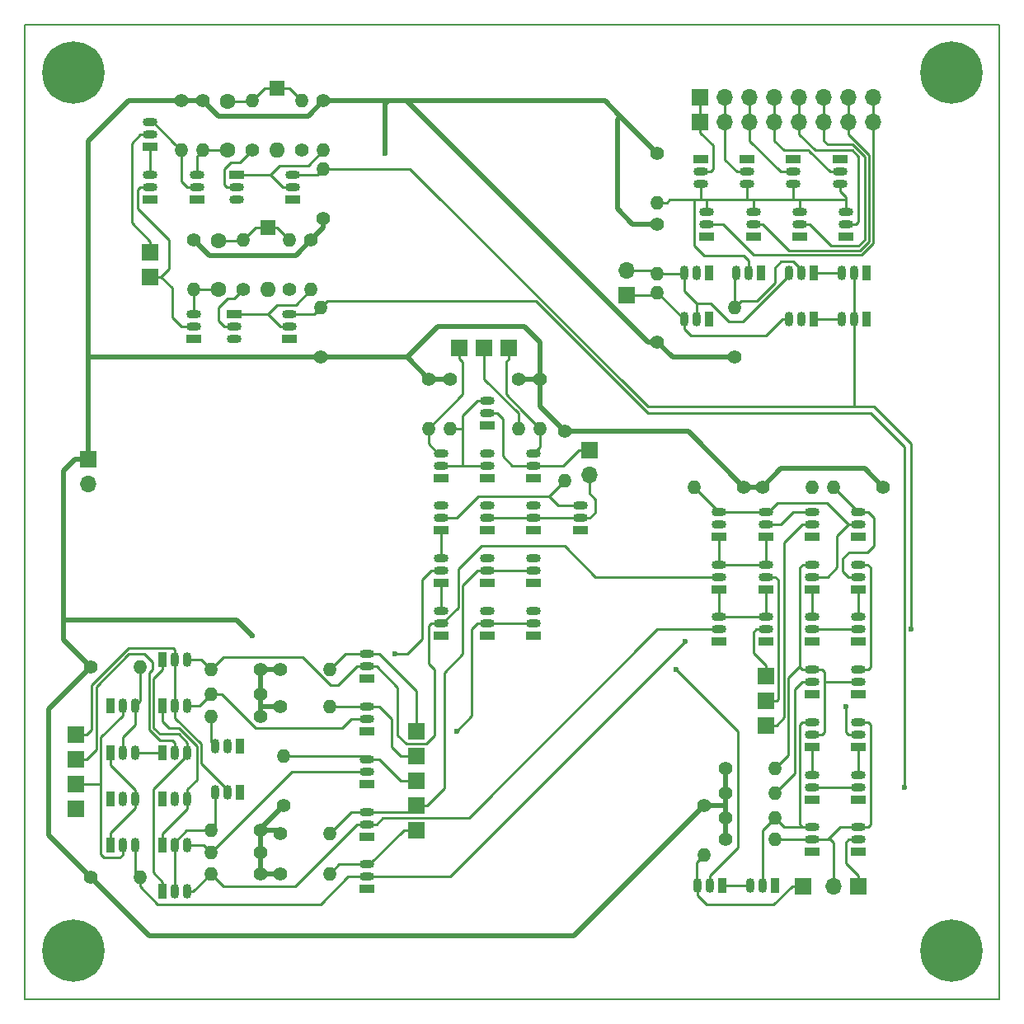
<source format=gbr>
%TF.GenerationSoftware,KiCad,Pcbnew,4.0.7-e2-6376~61~ubuntu18.04.1*%
%TF.CreationDate,2020-08-28T19:46:44+02:00*%
%TF.ProjectId,control,636F6E74726F6C2E6B696361645F7063,rev?*%
%TF.FileFunction,Copper,L1,Top,Signal*%
%FSLAX46Y46*%
G04 Gerber Fmt 4.6, Leading zero omitted, Abs format (unit mm)*
G04 Created by KiCad (PCBNEW 4.0.7-e2-6376~61~ubuntu18.04.1) date Fri Aug 28 19:46:44 2020*
%MOMM*%
%LPD*%
G01*
G04 APERTURE LIST*
%ADD10C,0.100000*%
%ADD11C,0.150000*%
%ADD12C,6.400000*%
%ADD13C,1.600000*%
%ADD14R,1.600000X1.600000*%
%ADD15O,1.600000X1.600000*%
%ADD16R,1.700000X1.700000*%
%ADD17O,1.700000X1.700000*%
%ADD18O,1.500000X0.900000*%
%ADD19R,1.500000X0.900000*%
%ADD20O,0.900000X1.500000*%
%ADD21R,0.900000X1.500000*%
%ADD22C,1.400000*%
%ADD23O,1.400000X1.400000*%
%ADD24C,0.600000*%
%ADD25C,0.250000*%
%ADD26C,0.500000*%
G04 APERTURE END LIST*
D10*
D11*
X41440000Y-15405000D02*
X41440000Y-115405000D01*
X41440000Y-115405000D02*
X141440000Y-115405000D01*
X141440000Y-15405000D02*
X141440000Y-115405000D01*
X41440000Y-15405000D02*
X141440000Y-15405000D01*
D12*
X136525000Y-20320000D03*
X46355000Y-20320000D03*
X46355000Y-110490000D03*
X136525000Y-110490000D03*
D13*
X62230000Y-23257500D03*
X62230000Y-28257500D03*
X61277500Y-37545000D03*
X61277500Y-42545000D03*
D14*
X67310000Y-21907500D03*
D15*
X67310000Y-28257500D03*
D14*
X66357500Y-36195000D03*
D15*
X66357500Y-42545000D03*
D16*
X110779360Y-25344588D03*
D17*
X113319360Y-25344588D03*
X115859360Y-25344588D03*
X118399360Y-25344588D03*
X120939360Y-25344588D03*
X123479360Y-25344588D03*
X126019360Y-25344588D03*
X128559360Y-25344588D03*
D16*
X110779360Y-22804588D03*
D17*
X113319360Y-22804588D03*
X115859360Y-22804588D03*
X118399360Y-22804588D03*
X120939360Y-22804588D03*
X123479360Y-22804588D03*
X126019360Y-22804588D03*
X128559360Y-22804588D03*
D16*
X47942500Y-60007500D03*
D17*
X47942500Y-62547500D03*
D16*
X54292500Y-38735000D03*
X54292500Y-41275000D03*
X103187500Y-43180000D03*
D17*
X103187500Y-40640000D03*
D16*
X99377500Y-59055000D03*
D17*
X99377500Y-61595000D03*
D16*
X86042500Y-48577500D03*
X88582500Y-48577500D03*
X91122500Y-48577500D03*
X121285000Y-103822500D03*
X46672500Y-95885000D03*
X81597500Y-98107500D03*
X81597500Y-87947500D03*
X81597500Y-95567500D03*
X46672500Y-88265000D03*
X81597500Y-90487500D03*
X46672500Y-90805000D03*
X81597500Y-93027500D03*
X46672500Y-93345000D03*
X127000000Y-103822500D03*
D17*
X124460000Y-103822500D03*
D16*
X117475000Y-87312500D03*
X117475000Y-84772500D03*
X117475000Y-82232500D03*
D18*
X54292500Y-26670000D03*
X54292500Y-25400000D03*
D19*
X54292500Y-27940000D03*
D18*
X59055000Y-32067500D03*
X59055000Y-30797500D03*
D19*
X59055000Y-33337500D03*
D18*
X63182500Y-32067500D03*
X63182500Y-33337500D03*
D19*
X63182500Y-30797500D03*
D18*
X68897500Y-32067500D03*
X68897500Y-30797500D03*
D19*
X68897500Y-33337500D03*
D18*
X54292500Y-32067500D03*
X54292500Y-30797500D03*
D19*
X54292500Y-33337500D03*
D18*
X110807500Y-30480000D03*
X110807500Y-31750000D03*
D19*
X110807500Y-29210000D03*
D18*
X115570000Y-30480000D03*
X115570000Y-31750000D03*
D19*
X115570000Y-29210000D03*
D18*
X120332500Y-30480000D03*
X120332500Y-31750000D03*
D19*
X120332500Y-29210000D03*
D18*
X125095000Y-30480000D03*
X125095000Y-31750000D03*
D19*
X125095000Y-29210000D03*
D18*
X125730000Y-35877500D03*
X125730000Y-34607500D03*
D19*
X125730000Y-37147500D03*
D18*
X120967500Y-35877500D03*
X120967500Y-34607500D03*
D19*
X120967500Y-37147500D03*
D18*
X116205000Y-35877500D03*
X116205000Y-34607500D03*
D19*
X116205000Y-37147500D03*
D18*
X111442500Y-35877500D03*
X111442500Y-34607500D03*
D19*
X111442500Y-37147500D03*
D18*
X58737500Y-46355000D03*
X58737500Y-45085000D03*
D19*
X58737500Y-47625000D03*
D18*
X62865000Y-46355000D03*
X62865000Y-47625000D03*
D19*
X62865000Y-45085000D03*
D18*
X68580000Y-46355000D03*
X68580000Y-45085000D03*
D19*
X68580000Y-47625000D03*
D18*
X88900000Y-55245000D03*
X88900000Y-53975000D03*
D19*
X88900000Y-56515000D03*
D18*
X98425000Y-66040000D03*
X98425000Y-64770000D03*
D19*
X98425000Y-67310000D03*
D20*
X111737974Y-103757972D03*
X110467974Y-103757972D03*
D21*
X113007974Y-103757972D03*
D20*
X117135474Y-103757972D03*
X115865474Y-103757972D03*
D21*
X118405474Y-103757972D03*
D18*
X112712500Y-66675000D03*
X112712500Y-65405000D03*
D19*
X112712500Y-67945000D03*
D18*
X117475000Y-66675000D03*
X117475000Y-65405000D03*
D19*
X117475000Y-67945000D03*
D18*
X122237500Y-66675000D03*
X122237500Y-65405000D03*
D19*
X122237500Y-67945000D03*
D20*
X62231126Y-94225876D03*
X60961126Y-94225876D03*
D21*
X63501126Y-94225876D03*
D18*
X112712500Y-72072500D03*
X112712500Y-70802500D03*
D19*
X112712500Y-73342500D03*
D18*
X117475000Y-72072500D03*
X117475000Y-70802500D03*
D19*
X117475000Y-73342500D03*
D20*
X62231126Y-89463376D03*
X60961126Y-89463376D03*
D21*
X63501126Y-89463376D03*
D18*
X112712500Y-77470000D03*
X112712500Y-76200000D03*
D19*
X112712500Y-78740000D03*
D18*
X117475000Y-77470000D03*
X117475000Y-76200000D03*
D19*
X117475000Y-78740000D03*
D20*
X51436126Y-85335876D03*
X52706126Y-85335876D03*
D21*
X50166126Y-85335876D03*
D18*
X76517500Y-81280000D03*
X76517500Y-80010000D03*
D19*
X76517500Y-82550000D03*
D20*
X56833626Y-80573376D03*
X58103626Y-80573376D03*
D21*
X55563626Y-80573376D03*
D20*
X56833626Y-104385876D03*
X58103626Y-104385876D03*
D21*
X55563626Y-104385876D03*
D18*
X76517500Y-97472500D03*
X76517500Y-96202500D03*
D19*
X76517500Y-98742500D03*
D18*
X76517500Y-86677500D03*
X76517500Y-85407500D03*
D19*
X76517500Y-87947500D03*
D20*
X56833626Y-85335876D03*
X58103626Y-85335876D03*
D21*
X55563626Y-85335876D03*
D20*
X56833626Y-99623376D03*
X58103626Y-99623376D03*
D21*
X55563626Y-99623376D03*
D18*
X76517500Y-92075000D03*
X76517500Y-90805000D03*
D19*
X76517500Y-93345000D03*
D20*
X56833626Y-90098376D03*
X58103626Y-90098376D03*
D21*
X55563626Y-90098376D03*
D20*
X56833626Y-94860876D03*
X58103626Y-94860876D03*
D21*
X55563626Y-94860876D03*
D20*
X51436126Y-90098376D03*
X52706126Y-90098376D03*
D21*
X50166126Y-90098376D03*
D20*
X51436126Y-99623376D03*
X52706126Y-99623376D03*
D21*
X50166126Y-99623376D03*
D18*
X76517500Y-102870000D03*
X76517500Y-101600000D03*
D19*
X76517500Y-104140000D03*
D20*
X51436126Y-94860876D03*
X52706126Y-94860876D03*
D21*
X50166126Y-94860876D03*
D18*
X84137500Y-60642500D03*
X84137500Y-59372500D03*
D19*
X84137500Y-61912500D03*
D18*
X84137500Y-66040000D03*
X84137500Y-64770000D03*
D19*
X84137500Y-67310000D03*
D18*
X88900000Y-60642500D03*
X88900000Y-59372500D03*
D19*
X88900000Y-61912500D03*
D18*
X88900000Y-66040000D03*
X88900000Y-64770000D03*
D19*
X88900000Y-67310000D03*
D18*
X88900000Y-71437500D03*
X88900000Y-70167500D03*
D19*
X88900000Y-72707500D03*
D18*
X88900000Y-76835000D03*
X88900000Y-75565000D03*
D19*
X88900000Y-78105000D03*
D18*
X84137500Y-71437500D03*
X84137500Y-70167500D03*
D19*
X84137500Y-72707500D03*
D18*
X84137500Y-76835000D03*
X84137500Y-75565000D03*
D19*
X84137500Y-78105000D03*
D18*
X93662500Y-60642500D03*
X93662500Y-59372500D03*
D19*
X93662500Y-61912500D03*
D18*
X93662500Y-66040000D03*
X93662500Y-64770000D03*
D19*
X93662500Y-67310000D03*
D18*
X93662500Y-71437500D03*
X93662500Y-70167500D03*
D19*
X93662500Y-72707500D03*
D18*
X93662500Y-76835000D03*
X93662500Y-75565000D03*
D19*
X93662500Y-78105000D03*
D18*
X122237500Y-72072500D03*
X122237500Y-70802500D03*
D19*
X122237500Y-73342500D03*
D18*
X122237500Y-82867500D03*
X122237500Y-81597500D03*
D19*
X122237500Y-84137500D03*
D18*
X127000000Y-82867500D03*
X127000000Y-81597500D03*
D19*
X127000000Y-84137500D03*
D18*
X127000000Y-72072500D03*
X127000000Y-70802500D03*
D19*
X127000000Y-73342500D03*
D18*
X127000000Y-66675000D03*
X127000000Y-65405000D03*
D19*
X127000000Y-67945000D03*
D18*
X122237500Y-77470000D03*
X122237500Y-76200000D03*
D19*
X122237500Y-78740000D03*
D18*
X127000000Y-77470000D03*
X127000000Y-76200000D03*
D19*
X127000000Y-78740000D03*
D18*
X122237500Y-88265000D03*
X122237500Y-86995000D03*
D19*
X122237500Y-89535000D03*
D18*
X122237500Y-99060000D03*
X122237500Y-97790000D03*
D19*
X122237500Y-100330000D03*
D18*
X127000000Y-99060000D03*
X127000000Y-97790000D03*
D19*
X127000000Y-100330000D03*
D18*
X127000000Y-88265000D03*
X127000000Y-86995000D03*
D19*
X127000000Y-89535000D03*
D18*
X122237500Y-93662500D03*
X122237500Y-92392500D03*
D19*
X122237500Y-94932500D03*
D18*
X127000000Y-93662500D03*
X127000000Y-92392500D03*
D19*
X127000000Y-94932500D03*
D20*
X121160740Y-45606810D03*
X119890740Y-45606810D03*
D21*
X122430740Y-45606810D03*
D20*
X110365740Y-45606810D03*
X109095740Y-45606810D03*
D21*
X111635740Y-45606810D03*
D20*
X110365740Y-40844310D03*
X109095740Y-40844310D03*
D21*
X111635740Y-40844310D03*
D20*
X121160740Y-40844310D03*
X119890740Y-40844310D03*
D21*
X122430740Y-40844310D03*
D20*
X115763240Y-40844310D03*
X114493240Y-40844310D03*
D21*
X117033240Y-40844310D03*
D20*
X126558240Y-45606810D03*
X125288240Y-45606810D03*
D21*
X127828240Y-45606810D03*
D20*
X126558240Y-40844310D03*
X125288240Y-40844310D03*
D21*
X127828240Y-40844310D03*
D22*
X57467500Y-23177500D03*
D23*
X57467500Y-28257500D03*
D22*
X59690000Y-23177500D03*
D23*
X59690000Y-28257500D03*
D22*
X69850000Y-28257500D03*
D23*
X69850000Y-23177500D03*
D22*
X72072500Y-23177500D03*
D23*
X72072500Y-28257500D03*
D22*
X72072500Y-35242500D03*
D23*
X72072500Y-30162500D03*
D22*
X64770000Y-28257500D03*
D23*
X64770000Y-23177500D03*
D22*
X106362500Y-28575000D03*
D23*
X106362500Y-33655000D03*
D22*
X58737500Y-37465000D03*
D23*
X58737500Y-42545000D03*
D22*
X68580000Y-42545000D03*
D23*
X68580000Y-37465000D03*
D22*
X70802500Y-37465000D03*
D23*
X70802500Y-42545000D03*
D22*
X71755000Y-49530000D03*
D23*
X71755000Y-44450000D03*
D22*
X63817500Y-42545000D03*
D23*
X63817500Y-37465000D03*
D22*
X85090000Y-51752500D03*
D23*
X85090000Y-56832500D03*
D22*
X96837500Y-57150000D03*
D23*
X96837500Y-62230000D03*
D22*
X111125000Y-95567500D03*
D23*
X111125000Y-100647500D03*
D22*
X115252500Y-62865000D03*
D23*
X110172500Y-62865000D03*
D22*
X117157500Y-62865000D03*
D23*
X122237500Y-62865000D03*
D22*
X65604896Y-98126242D03*
D23*
X60524896Y-98126242D03*
D22*
X65604896Y-86378742D03*
D23*
X60524896Y-86378742D03*
D22*
X48142396Y-81298742D03*
D23*
X53222396Y-81298742D03*
D22*
X67627500Y-81597500D03*
D23*
X72707500Y-81597500D03*
D22*
X65604896Y-81616242D03*
D23*
X60524896Y-81616242D03*
D22*
X65604896Y-102571242D03*
D23*
X60524896Y-102571242D03*
D22*
X67627500Y-98425000D03*
D23*
X72707500Y-98425000D03*
D22*
X67627500Y-85407500D03*
D23*
X72707500Y-85407500D03*
D22*
X65604896Y-84156242D03*
D23*
X60524896Y-84156242D03*
D22*
X65604896Y-100348742D03*
D23*
X60524896Y-100348742D03*
D22*
X67945000Y-95567500D03*
D23*
X67945000Y-90487500D03*
D22*
X48142396Y-102888742D03*
D23*
X53222396Y-102888742D03*
D22*
X67627500Y-102552500D03*
D23*
X72707500Y-102552500D03*
D22*
X82867500Y-51752500D03*
D23*
X82867500Y-56832500D03*
D22*
X92075000Y-51752500D03*
D23*
X92075000Y-56832500D03*
D22*
X94297500Y-51752500D03*
D23*
X94297500Y-56832500D03*
D22*
X113347500Y-91757500D03*
D23*
X118427500Y-91757500D03*
D22*
X113347500Y-94297500D03*
D23*
X118427500Y-94297500D03*
D22*
X129540000Y-62865000D03*
D23*
X124460000Y-62865000D03*
D22*
X113347500Y-96837500D03*
D23*
X118427500Y-96837500D03*
D22*
X113347500Y-99060000D03*
D23*
X118427500Y-99060000D03*
D22*
X106362500Y-47942500D03*
D23*
X106362500Y-42862500D03*
D22*
X106362500Y-35877500D03*
D23*
X106362500Y-40957500D03*
D22*
X114300000Y-49530000D03*
D23*
X114300000Y-44450000D03*
D24*
X78422500Y-28575000D03*
X64770000Y-78105000D03*
X85725000Y-87947500D03*
X132397500Y-77470000D03*
X131762500Y-93662500D03*
X108267500Y-81597500D03*
X109220000Y-78740000D03*
X79375000Y-80010000D03*
X125730000Y-85407500D03*
D25*
X62230000Y-23257500D02*
X64690000Y-23257500D01*
X64690000Y-23257500D02*
X64770000Y-23177500D01*
X67310000Y-21907500D02*
X68580000Y-21907500D01*
X68580000Y-21907500D02*
X69850000Y-23177500D01*
X64770000Y-23177500D02*
X66040000Y-21907500D01*
X66040000Y-21907500D02*
X67310000Y-21907500D01*
X59690000Y-28257500D02*
X62230000Y-28257500D01*
X59055000Y-30797500D02*
X59055000Y-28892500D01*
X59055000Y-28892500D02*
X59690000Y-28257500D01*
X67310000Y-36195000D02*
X68580000Y-37465000D01*
X66357500Y-36195000D02*
X67310000Y-36195000D01*
X63817500Y-37465000D02*
X65087500Y-36195000D01*
X65087500Y-36195000D02*
X66357500Y-36195000D01*
X61277500Y-37545000D02*
X63737500Y-37545000D01*
X63737500Y-37545000D02*
X63817500Y-37465000D01*
X58737500Y-42545000D02*
X58737500Y-43534949D01*
X58737500Y-43534949D02*
X58737500Y-45085000D01*
X58737500Y-42545000D02*
X61277500Y-42545000D01*
X112077500Y-27742728D02*
X112077500Y-30210000D01*
X112077500Y-30210000D02*
X111807500Y-30480000D01*
X111807500Y-30480000D02*
X110807500Y-30480000D01*
X110779360Y-25344588D02*
X110779360Y-26444588D01*
X110779360Y-26444588D02*
X112077500Y-27742728D01*
X110779360Y-22804588D02*
X110779360Y-23904588D01*
X110779360Y-23904588D02*
X110779360Y-25344588D01*
X113319360Y-25344588D02*
X113319360Y-29229360D01*
X113319360Y-29229360D02*
X114570000Y-30480000D01*
X114570000Y-30480000D02*
X115570000Y-30480000D01*
X113319360Y-22804588D02*
X113319360Y-24006669D01*
X113319360Y-24006669D02*
X113319360Y-25344588D01*
X115859360Y-27276860D02*
X119062500Y-30480000D01*
X119062500Y-30480000D02*
X120332500Y-30480000D01*
X115859360Y-25344588D02*
X115859360Y-27276860D01*
X115859360Y-22804588D02*
X115859360Y-25344588D01*
X121920000Y-28257500D02*
X121920000Y-28305000D01*
X121920000Y-28305000D02*
X124095000Y-30480000D01*
X124095000Y-30480000D02*
X125095000Y-30480000D01*
X119380000Y-28257500D02*
X121920000Y-28257500D01*
X118399360Y-27276860D02*
X119380000Y-28257500D01*
X118399360Y-25344588D02*
X118399360Y-27276860D01*
X118399360Y-22804588D02*
X118399360Y-25344588D01*
X120939360Y-25344588D02*
X120939360Y-26640450D01*
X120939360Y-26640450D02*
X122555000Y-28256090D01*
X122555000Y-28256090D02*
X125926092Y-28256090D01*
X125926092Y-28256090D02*
X125927502Y-28257500D01*
X127000000Y-35607500D02*
X126730000Y-35877500D01*
X125927502Y-28257500D02*
X126365000Y-28257500D01*
X126365000Y-28257500D02*
X127000000Y-28892500D01*
X127000000Y-28892500D02*
X127000000Y-35607500D01*
X126730000Y-35877500D02*
X125730000Y-35877500D01*
X120939360Y-22804588D02*
X120939360Y-25344588D01*
X123479360Y-25344588D02*
X123479360Y-27276860D01*
X123479360Y-27276860D02*
X123825000Y-27622500D01*
X126366410Y-27622500D02*
X127635000Y-28891090D01*
X123825000Y-27622500D02*
X126366410Y-27622500D01*
X127635000Y-28891090D02*
X127635000Y-37465000D01*
X127635000Y-37465000D02*
X127000000Y-38100000D01*
X124190000Y-38100000D02*
X121967500Y-35877500D01*
X127000000Y-38100000D02*
X124190000Y-38100000D01*
X121967500Y-35877500D02*
X120967500Y-35877500D01*
X123479360Y-22804588D02*
X123479360Y-25344588D01*
X126019360Y-25344588D02*
X126019360Y-26639040D01*
X117205000Y-35877500D02*
X116205000Y-35877500D01*
X126019360Y-26639040D02*
X128085010Y-28704690D01*
X128085010Y-28704690D02*
X128085009Y-37651401D01*
X128085009Y-37651401D02*
X127186400Y-38550010D01*
X127186400Y-38550010D02*
X119877510Y-38550010D01*
X119877510Y-38550010D02*
X117205000Y-35877500D01*
X126019360Y-22804588D02*
X126019360Y-25344588D01*
X127372800Y-39000020D02*
X116272518Y-39000020D01*
X116272518Y-39000020D02*
X113149998Y-35877500D01*
X113149998Y-35877500D02*
X112442500Y-35877500D01*
X112442500Y-35877500D02*
X111442500Y-35877500D01*
X128559360Y-25344588D02*
X128559360Y-37813460D01*
X128559360Y-37813460D02*
X127372800Y-39000020D01*
X128559360Y-22804588D02*
X128559360Y-24006669D01*
X128559360Y-24006669D02*
X128559360Y-25344588D01*
D26*
X111125000Y-95567500D02*
X97790000Y-108902500D01*
X97790000Y-108902500D02*
X54156154Y-108902500D01*
X54156154Y-108902500D02*
X48142396Y-102888742D01*
X72072500Y-23177500D02*
X78740000Y-23177500D01*
X78740000Y-23177500D02*
X80010000Y-23177500D01*
X78422500Y-28575000D02*
X78422500Y-23495000D01*
X78422500Y-23495000D02*
X78740000Y-23177500D01*
X43815000Y-98561346D02*
X43815000Y-85626138D01*
X43815000Y-85626138D02*
X48142396Y-81298742D01*
X48142396Y-102888742D02*
X43815000Y-98561346D01*
X45402500Y-61197500D02*
X45402500Y-76517500D01*
X45402500Y-76517500D02*
X45402500Y-78558846D01*
X64770000Y-78105000D02*
X63182500Y-76517500D01*
X63182500Y-76517500D02*
X45402500Y-76517500D01*
X45402500Y-78558846D02*
X48142396Y-81298742D01*
X47942500Y-60007500D02*
X46592500Y-60007500D01*
X46592500Y-60007500D02*
X45402500Y-61197500D01*
X119062500Y-60960000D02*
X127635000Y-60960000D01*
X127635000Y-60960000D02*
X129540000Y-62865000D01*
X117157500Y-62865000D02*
X119062500Y-60960000D01*
X96837500Y-57150000D02*
X109537500Y-57150000D01*
X109537500Y-57150000D02*
X115252500Y-62865000D01*
X94297500Y-51752500D02*
X94297500Y-54610000D01*
X94297500Y-54610000D02*
X96837500Y-57150000D01*
X94297500Y-47942500D02*
X94297500Y-51752500D01*
X92710000Y-46355000D02*
X94297500Y-47942500D01*
X83820000Y-46355000D02*
X92710000Y-46355000D01*
X80645000Y-49530000D02*
X83820000Y-46355000D01*
X71755000Y-49530000D02*
X80645000Y-49530000D01*
X80645000Y-49530000D02*
X82867500Y-51752500D01*
X47942500Y-60007500D02*
X47942500Y-49530000D01*
X47942500Y-49530000D02*
X47942500Y-27305000D01*
X71755000Y-49530000D02*
X47942500Y-49530000D01*
X100965000Y-23177500D02*
X102552500Y-24765000D01*
X102552500Y-24765000D02*
X106362500Y-28575000D01*
X102235000Y-34290000D02*
X102235000Y-25082500D01*
X102235000Y-25082500D02*
X102552500Y-24765000D01*
X103822500Y-35877500D02*
X102235000Y-34290000D01*
X106362500Y-35877500D02*
X103822500Y-35877500D01*
X80010000Y-23177500D02*
X100965000Y-23177500D01*
X80607551Y-23177500D02*
X80010000Y-23177500D01*
X106362500Y-47942500D02*
X105372551Y-47942500D01*
X105372551Y-47942500D02*
X80607551Y-23177500D01*
X106362500Y-47942500D02*
X107950000Y-49530000D01*
X107950000Y-49530000D02*
X114300000Y-49530000D01*
X47942500Y-27305000D02*
X52070000Y-23177500D01*
X52070000Y-23177500D02*
X57467500Y-23177500D01*
X61277500Y-24765000D02*
X70485000Y-24765000D01*
X70485000Y-24765000D02*
X72072500Y-23177500D01*
X59690000Y-23177500D02*
X61277500Y-24765000D01*
X60325000Y-39052500D02*
X69215000Y-39052500D01*
X69215000Y-39052500D02*
X70802500Y-37465000D01*
X58737500Y-37465000D02*
X60325000Y-39052500D01*
X72072500Y-35242500D02*
X72072500Y-36195000D01*
X72072500Y-36195000D02*
X70802500Y-37465000D01*
X57467500Y-23177500D02*
X59690000Y-23177500D01*
X65604896Y-102571242D02*
X67608758Y-102571242D01*
X67608758Y-102571242D02*
X67627500Y-102552500D01*
X65604896Y-98126242D02*
X67328742Y-98126242D01*
X67328742Y-98126242D02*
X67627500Y-98425000D01*
X65604896Y-98126242D02*
X65604896Y-97907604D01*
X65604896Y-97907604D02*
X67945000Y-95567500D01*
X65604896Y-81616242D02*
X67608758Y-81616242D01*
X67608758Y-81616242D02*
X67627500Y-81597500D01*
X65604896Y-84156242D02*
X65604896Y-85407500D01*
X65604896Y-85407500D02*
X65604896Y-86378742D01*
X67627500Y-85407500D02*
X65604896Y-85407500D01*
X115252500Y-62865000D02*
X117157500Y-62865000D01*
X113347500Y-96837500D02*
X113347500Y-95567500D01*
X113347500Y-95567500D02*
X113347500Y-94297500D01*
X111125000Y-95567500D02*
X113347500Y-95567500D01*
X113347500Y-94297500D02*
X113347500Y-91757500D01*
X113347500Y-99060000D02*
X113347500Y-96837500D01*
X92075000Y-51752500D02*
X94297500Y-51752500D01*
X82867500Y-51752500D02*
X85090000Y-51752500D01*
X65604896Y-100348742D02*
X65604896Y-102571242D01*
X65604896Y-98126242D02*
X65604896Y-100348742D01*
X65604896Y-81616242D02*
X65604896Y-84156242D01*
D25*
X52387500Y-35730000D02*
X52387500Y-27575000D01*
X52387500Y-27575000D02*
X53292500Y-26670000D01*
X53292500Y-26670000D02*
X54292500Y-26670000D01*
X54292500Y-38735000D02*
X54292500Y-37635000D01*
X54292500Y-37635000D02*
X52387500Y-35730000D01*
X56515000Y-45402500D02*
X57467500Y-46355000D01*
X57467500Y-46355000D02*
X58737500Y-46355000D01*
X56515000Y-42397500D02*
X56515000Y-45402500D01*
X55392500Y-41275000D02*
X56515000Y-42397500D01*
X53022500Y-34290000D02*
X53022500Y-32337500D01*
X53022500Y-32337500D02*
X53292500Y-32067500D01*
X53292500Y-32067500D02*
X54292500Y-32067500D01*
X56197500Y-37465000D02*
X53022500Y-34290000D01*
X56197500Y-40470000D02*
X56197500Y-37465000D01*
X54292500Y-41275000D02*
X55392500Y-41275000D01*
X55392500Y-41275000D02*
X56197500Y-40470000D01*
X106362500Y-42862500D02*
X109095740Y-45595740D01*
X109095740Y-45595740D02*
X109095740Y-45606810D01*
X103187500Y-43180000D02*
X106045000Y-43180000D01*
X106045000Y-43180000D02*
X106362500Y-42862500D01*
X109796430Y-47307500D02*
X117490050Y-47307500D01*
X117490050Y-47307500D02*
X119190740Y-45606810D01*
X119190740Y-45606810D02*
X119890740Y-45606810D01*
X109095740Y-45606810D02*
X109095740Y-46606810D01*
X109095740Y-46606810D02*
X109796430Y-47307500D01*
X106362500Y-40957500D02*
X108982550Y-40957500D01*
X108982550Y-40957500D02*
X109095740Y-40844310D01*
X103187500Y-40640000D02*
X106045000Y-40640000D01*
X106045000Y-40640000D02*
X106362500Y-40957500D01*
X113665000Y-45851068D02*
X115183982Y-45851068D01*
X115183982Y-45851068D02*
X119890740Y-41144310D01*
X119890740Y-41144310D02*
X119890740Y-40844310D01*
X110365740Y-44008240D02*
X111822172Y-44008240D01*
X111822172Y-44008240D02*
X113665000Y-45851068D01*
X109095740Y-42738240D02*
X110365740Y-44008240D01*
X110365740Y-44008240D02*
X110365740Y-45606810D01*
X109095740Y-40844310D02*
X109095740Y-42738240D01*
X99377500Y-59055000D02*
X98277500Y-59055000D01*
X98277500Y-59055000D02*
X96690000Y-60642500D01*
X96690000Y-60642500D02*
X94662500Y-60642500D01*
X94662500Y-60642500D02*
X93662500Y-60642500D01*
X90487500Y-59690000D02*
X91440000Y-60642500D01*
X91440000Y-60642500D02*
X93662500Y-60642500D01*
X90487500Y-55832500D02*
X90487500Y-59690000D01*
X88900000Y-55245000D02*
X89900000Y-55245000D01*
X89900000Y-55245000D02*
X90487500Y-55832500D01*
X99377500Y-61595000D02*
X99377500Y-63500000D01*
X99377500Y-63500000D02*
X100012500Y-64135000D01*
X100012500Y-64135000D02*
X100012500Y-65452500D01*
X100012500Y-65452500D02*
X99425000Y-66040000D01*
X99425000Y-66040000D02*
X98425000Y-66040000D01*
X98425000Y-66040000D02*
X93662500Y-66040000D01*
X88900000Y-66040000D02*
X89900000Y-66040000D01*
X89900000Y-66040000D02*
X93662500Y-66040000D01*
X82867500Y-56832500D02*
X86360000Y-53340000D01*
X86360000Y-53340000D02*
X86360000Y-49995000D01*
X86360000Y-49995000D02*
X86042500Y-49677500D01*
X86042500Y-49677500D02*
X86042500Y-48577500D01*
X82867500Y-56832500D02*
X82867500Y-58402500D01*
X82867500Y-58402500D02*
X83837500Y-59372500D01*
X83837500Y-59372500D02*
X84137500Y-59372500D01*
X92075000Y-55245000D02*
X88582500Y-51752500D01*
X88582500Y-51752500D02*
X88582500Y-48577500D01*
X92075000Y-56832500D02*
X92075000Y-55245000D01*
X90805000Y-53338590D02*
X90805000Y-49995000D01*
X90805000Y-49995000D02*
X91122500Y-49677500D01*
X91122500Y-49677500D02*
X91122500Y-48577500D01*
X92525009Y-55058599D02*
X90805000Y-53338590D01*
X94297500Y-56832500D02*
X92525010Y-55060010D01*
X92525010Y-55060010D02*
X92525009Y-55058599D01*
X94297500Y-56832500D02*
X94297500Y-58737500D01*
X94297500Y-58737500D02*
X93662500Y-59372500D01*
X111125000Y-100647500D02*
X110425001Y-101347499D01*
X110425001Y-101347499D02*
X110425001Y-103714999D01*
X110425001Y-103714999D02*
X110467974Y-103757972D01*
X111437502Y-105727500D02*
X118280000Y-105727500D01*
X118280000Y-105727500D02*
X120185000Y-103822500D01*
X120185000Y-103822500D02*
X121285000Y-103822500D01*
X110467974Y-103757972D02*
X110467974Y-104757972D01*
X110467974Y-104757972D02*
X111437502Y-105727500D01*
X80310000Y-98107500D02*
X81597500Y-98107500D01*
X76517500Y-101600000D02*
X76817500Y-101600000D01*
X76817500Y-101600000D02*
X80310000Y-98107500D01*
X72707500Y-102552500D02*
X73660000Y-101600000D01*
X73660000Y-101600000D02*
X76517500Y-101600000D01*
X85725000Y-87947500D02*
X87312500Y-86360000D01*
X87312500Y-86360000D02*
X87312500Y-77422500D01*
X87312500Y-77422500D02*
X87900000Y-76835000D01*
X87900000Y-76835000D02*
X88900000Y-76835000D01*
X76517500Y-80010000D02*
X77787500Y-80010000D01*
X77787500Y-80010000D02*
X81597500Y-83820000D01*
X81597500Y-83820000D02*
X81597500Y-87947500D01*
X72707500Y-81597500D02*
X74295000Y-80010000D01*
X74295000Y-80010000D02*
X76517500Y-80010000D01*
X88900000Y-76835000D02*
X93662500Y-76835000D01*
X86360000Y-80010000D02*
X86360000Y-72977500D01*
X86360000Y-72977500D02*
X87900000Y-71437500D01*
X87900000Y-71437500D02*
X88900000Y-71437500D01*
X84455000Y-81915000D02*
X86360000Y-80010000D01*
X84455000Y-93810000D02*
X84455000Y-81915000D01*
X81597500Y-95567500D02*
X82697500Y-95567500D01*
X82697500Y-95567500D02*
X84455000Y-93810000D01*
X76517500Y-96202500D02*
X80962500Y-96202500D01*
X80962500Y-96202500D02*
X81597500Y-95567500D01*
X72707500Y-98425000D02*
X74930000Y-96202500D01*
X74930000Y-96202500D02*
X76517500Y-96202500D01*
X88900000Y-71437500D02*
X93662500Y-71437500D01*
X52068590Y-79375000D02*
X56635250Y-79375000D01*
X56635250Y-79375000D02*
X56833626Y-79573376D01*
X56833626Y-79573376D02*
X56833626Y-80573376D01*
X48260000Y-87777500D02*
X48260000Y-83183590D01*
X48260000Y-83183590D02*
X52068590Y-79375000D01*
X46672500Y-88265000D02*
X47772500Y-88265000D01*
X47772500Y-88265000D02*
X48260000Y-87777500D01*
X59506136Y-89228066D02*
X59506136Y-91200886D01*
X59506136Y-91200886D02*
X62231126Y-93925876D01*
X62231126Y-93925876D02*
X62231126Y-94225876D01*
X56833626Y-85335876D02*
X56833626Y-86555556D01*
X56833626Y-86555556D02*
X59506136Y-89228066D01*
X56833626Y-80573376D02*
X56833626Y-85335876D01*
X76517500Y-85407500D02*
X77787500Y-85407500D01*
X79057500Y-86677500D02*
X79057500Y-89535000D01*
X77787500Y-85407500D02*
X79057500Y-86677500D01*
X79057500Y-89535000D02*
X80010000Y-90487500D01*
X80010000Y-90487500D02*
X81597500Y-90487500D01*
X72707500Y-85407500D02*
X76517500Y-85407500D01*
X46672500Y-90805000D02*
X47772500Y-90805000D01*
X53657500Y-80010000D02*
X54492396Y-80844896D01*
X47772500Y-90805000D02*
X48763616Y-89813884D01*
X48763616Y-89813884D02*
X48763616Y-83316384D01*
X48763616Y-83316384D02*
X52070000Y-80010000D01*
X52070000Y-80010000D02*
X53657500Y-80010000D01*
X54492396Y-80844896D02*
X54492396Y-81616242D01*
X54161116Y-87744776D02*
X55244716Y-88828376D01*
X54492396Y-81616242D02*
X54161116Y-81947522D01*
X54161116Y-81947522D02*
X54161116Y-87744776D01*
X55244716Y-88828376D02*
X56563626Y-88828376D01*
X56563626Y-88828376D02*
X56833626Y-89098376D01*
X56833626Y-89098376D02*
X56833626Y-90098376D01*
X76517500Y-90805000D02*
X77787500Y-90805000D01*
X77787500Y-90805000D02*
X80010000Y-93027500D01*
X80010000Y-93027500D02*
X81597500Y-93027500D01*
X67945000Y-90487500D02*
X76200000Y-90487500D01*
X76200000Y-90487500D02*
X76517500Y-90805000D01*
X49213626Y-88558376D02*
X49213626Y-93345000D01*
X49213626Y-93345000D02*
X49213626Y-100575876D01*
X46672500Y-93345000D02*
X49213626Y-93345000D01*
X51436126Y-85335876D02*
X51436126Y-86335876D01*
X51436126Y-86335876D02*
X49213626Y-88558376D01*
X51436126Y-100623376D02*
X51436126Y-99623376D01*
X49213626Y-100575876D02*
X49531126Y-100893376D01*
X49531126Y-100893376D02*
X51166126Y-100893376D01*
X51166126Y-100893376D02*
X51436126Y-100623376D01*
X118427500Y-96837500D02*
X117135474Y-98129526D01*
X117135474Y-98129526D02*
X117135474Y-103757972D01*
X125730000Y-99330000D02*
X125730000Y-101452500D01*
X125730000Y-101452500D02*
X127000000Y-102722500D01*
X127000000Y-102722500D02*
X127000000Y-103822500D01*
X127000000Y-99060000D02*
X126000000Y-99060000D01*
X126000000Y-99060000D02*
X125730000Y-99330000D01*
X118427500Y-96837500D02*
X119380000Y-97790000D01*
X119380000Y-97790000D02*
X122237500Y-97790000D01*
X122237500Y-97790000D02*
X121285000Y-97790000D01*
X121285000Y-97790000D02*
X120967500Y-97472500D01*
X120967500Y-97472500D02*
X120967500Y-87265000D01*
X120967500Y-87265000D02*
X121237500Y-86995000D01*
X121237500Y-86995000D02*
X122237500Y-86995000D01*
X124460000Y-99377500D02*
X124142500Y-99060000D01*
X124142500Y-99060000D02*
X123825000Y-99060000D01*
X124460000Y-103822500D02*
X124460000Y-99377500D01*
X118427500Y-99060000D02*
X122237500Y-99060000D01*
X123825000Y-99060000D02*
X125095000Y-97790000D01*
X125095000Y-97790000D02*
X127000000Y-97790000D01*
X122237500Y-99060000D02*
X123825000Y-99060000D01*
X127000000Y-86995000D02*
X128000000Y-86995000D01*
X128000000Y-97790000D02*
X127000000Y-97790000D01*
X128000000Y-86995000D02*
X128270000Y-87265000D01*
X128270000Y-87265000D02*
X128270000Y-97520000D01*
X128270000Y-97520000D02*
X128000000Y-97790000D01*
X119380000Y-86507500D02*
X119380000Y-68532500D01*
X119380000Y-68532500D02*
X121237500Y-66675000D01*
X121237500Y-66675000D02*
X122237500Y-66675000D01*
X117475000Y-87312500D02*
X118575000Y-87312500D01*
X118575000Y-87312500D02*
X119380000Y-86507500D01*
X117475000Y-84772500D02*
X118575000Y-84772500D01*
X118575000Y-84772500D02*
X118745000Y-84602500D01*
X118745000Y-84602500D02*
X118745000Y-72342500D01*
X118745000Y-72342500D02*
X118475000Y-72072500D01*
X118475000Y-72072500D02*
X117475000Y-72072500D01*
X116205000Y-79862500D02*
X116205000Y-77740000D01*
X116205000Y-77740000D02*
X116475000Y-77470000D01*
X116475000Y-77470000D02*
X117475000Y-77470000D01*
X117475000Y-82232500D02*
X117475000Y-81132500D01*
X117475000Y-81132500D02*
X116205000Y-79862500D01*
X57467500Y-28257500D02*
X57467500Y-31480000D01*
X57467500Y-31480000D02*
X58055000Y-32067500D01*
X58055000Y-32067500D02*
X59055000Y-32067500D01*
X54292500Y-25400000D02*
X54610000Y-25400000D01*
X54610000Y-25400000D02*
X56767501Y-27557501D01*
X56767501Y-27557501D02*
X57467500Y-28257500D01*
X54292500Y-27940000D02*
X54292500Y-28640000D01*
X54292500Y-28640000D02*
X54292500Y-30797500D01*
X62547500Y-29527500D02*
X63500000Y-29527500D01*
X63500000Y-29527500D02*
X64770000Y-28257500D01*
X61912500Y-30162500D02*
X62547500Y-29527500D01*
X61912500Y-31797500D02*
X61912500Y-30162500D01*
X63182500Y-32067500D02*
X62182500Y-32067500D01*
X62182500Y-32067500D02*
X61912500Y-31797500D01*
X72072500Y-28257500D02*
X70485000Y-29845000D01*
X67580000Y-29845000D02*
X66627500Y-30797500D01*
X70485000Y-29845000D02*
X67580000Y-29845000D01*
X68897500Y-32067500D02*
X67897500Y-32067500D01*
X67897500Y-32067500D02*
X66627500Y-30797500D01*
X66627500Y-30797500D02*
X64182500Y-30797500D01*
X64182500Y-30797500D02*
X63182500Y-30797500D01*
X128587500Y-54610000D02*
X126682500Y-54610000D01*
X126682500Y-54610000D02*
X105410000Y-54610000D01*
X126558240Y-45606810D02*
X126558240Y-54485740D01*
X126558240Y-54485740D02*
X126682500Y-54610000D01*
X132397500Y-77470000D02*
X132397500Y-58420000D01*
X132397500Y-58420000D02*
X128587500Y-54610000D01*
X80962500Y-30162500D02*
X72072500Y-30162500D01*
X105410000Y-54610000D02*
X80962500Y-30162500D01*
X68897500Y-30797500D02*
X71437500Y-30797500D01*
X71437500Y-30797500D02*
X72072500Y-30162500D01*
X122237500Y-77470000D02*
X123237500Y-77470000D01*
X123237500Y-77470000D02*
X127000000Y-77470000D01*
X126558240Y-45606810D02*
X126558240Y-40844310D01*
X110172500Y-33337500D02*
X110172500Y-38100000D01*
X110172500Y-38100000D02*
X111125000Y-39052500D01*
X115763240Y-39563240D02*
X115763240Y-40844310D01*
X111125000Y-39052500D02*
X115252500Y-39052500D01*
X115252500Y-39052500D02*
X115763240Y-39563240D01*
X110172500Y-33337500D02*
X107632500Y-33337500D01*
X110807500Y-33337500D02*
X110172500Y-33337500D01*
X111442500Y-33337500D02*
X110807500Y-33337500D01*
X110807500Y-32702500D02*
X110807500Y-33337500D01*
X107632500Y-33337500D02*
X107315000Y-33655000D01*
X107315000Y-33655000D02*
X106362500Y-33655000D01*
X111442500Y-33337500D02*
X115570000Y-33337500D01*
X115570000Y-33337500D02*
X116205000Y-33337500D01*
X115570000Y-31750000D02*
X115570000Y-33337500D01*
X116205000Y-33337500D02*
X120332500Y-33337500D01*
X116205000Y-34607500D02*
X116205000Y-33907500D01*
X116205000Y-33907500D02*
X116205000Y-33337500D01*
X120332500Y-33337500D02*
X120967500Y-33337500D01*
X120967500Y-33337500D02*
X125730000Y-33337500D01*
X120967500Y-34607500D02*
X120967500Y-33907500D01*
X120967500Y-33907500D02*
X120967500Y-33337500D01*
X120332500Y-31750000D02*
X120332500Y-33337500D01*
X125095000Y-31750000D02*
X125095000Y-32450000D01*
X125095000Y-32450000D02*
X125730000Y-33085000D01*
X125730000Y-33085000D02*
X125730000Y-33337500D01*
X125730000Y-33337500D02*
X125730000Y-34607500D01*
X111442500Y-33337500D02*
X111442500Y-34607500D01*
X110807500Y-31750000D02*
X110807500Y-32702500D01*
X62230000Y-43497500D02*
X62865000Y-43497500D01*
X62865000Y-43497500D02*
X63817500Y-42545000D01*
X61277500Y-44450000D02*
X62230000Y-43497500D01*
X61277500Y-45767500D02*
X61277500Y-44450000D01*
X62865000Y-46355000D02*
X61865000Y-46355000D01*
X61865000Y-46355000D02*
X61277500Y-45767500D01*
X66357500Y-45085000D02*
X67310000Y-44132500D01*
X69215000Y-44132500D02*
X70802500Y-42545000D01*
X67310000Y-44132500D02*
X69215000Y-44132500D01*
X67627500Y-46355000D02*
X68580000Y-46355000D01*
X66357500Y-45085000D02*
X67627500Y-46355000D01*
X62865000Y-45085000D02*
X66357500Y-45085000D01*
X131762500Y-58737500D02*
X131762500Y-93662500D01*
X128270000Y-55245000D02*
X131762500Y-58737500D01*
X105408590Y-55245000D02*
X128270000Y-55245000D01*
X93913591Y-43750001D02*
X105408590Y-55245000D01*
X71755000Y-44450000D02*
X72454999Y-43750001D01*
X72454999Y-43750001D02*
X93913591Y-43750001D01*
X68580000Y-45085000D02*
X71120000Y-45085000D01*
X71120000Y-45085000D02*
X71755000Y-44450000D01*
X122237500Y-93662500D02*
X127126029Y-93662500D01*
X127126029Y-93662500D02*
X127000000Y-93662500D01*
X86360000Y-55515000D02*
X86360000Y-56832500D01*
X86360000Y-56832500D02*
X86360000Y-60642500D01*
X85090000Y-56832500D02*
X86360000Y-56832500D01*
X84137500Y-60642500D02*
X86360000Y-60642500D01*
X86360000Y-60642500D02*
X88900000Y-60642500D01*
X88900000Y-53975000D02*
X87900000Y-53975000D01*
X87900000Y-53975000D02*
X86360000Y-55515000D01*
X111737974Y-103757972D02*
X111737974Y-102757972D01*
X111737974Y-102757972D02*
X114617500Y-99878446D01*
X114617500Y-99878446D02*
X114617500Y-87947500D01*
X114617500Y-87947500D02*
X108267500Y-81597500D01*
X96837500Y-62230000D02*
X96137501Y-62929999D01*
X96137501Y-62929999D02*
X95250000Y-63817500D01*
X87947500Y-63817500D02*
X85725000Y-66040000D01*
X85725000Y-66040000D02*
X84137500Y-66040000D01*
X95250000Y-63817500D02*
X87947500Y-63817500D01*
X96202500Y-64770000D02*
X95250000Y-63817500D01*
X98425000Y-64770000D02*
X96202500Y-64770000D01*
X113007974Y-103757972D02*
X113707974Y-103757972D01*
X113707974Y-103757972D02*
X115865474Y-103757972D01*
X109220000Y-78740000D02*
X85090000Y-102870000D01*
X85090000Y-102870000D02*
X76517500Y-102870000D01*
X71755000Y-105727500D02*
X74612500Y-102870000D01*
X74612500Y-102870000D02*
X76517500Y-102870000D01*
X55071205Y-105727500D02*
X71755000Y-105727500D01*
X53222396Y-102888742D02*
X53222396Y-103878691D01*
X53222396Y-103878691D02*
X55071205Y-105727500D01*
X52706126Y-99623376D02*
X52706126Y-102372472D01*
X52706126Y-102372472D02*
X53222396Y-102888742D01*
X110172500Y-62865000D02*
X112712500Y-65405000D01*
X118727500Y-64452500D02*
X123777500Y-64452500D01*
X123777500Y-64452500D02*
X126000000Y-66675000D01*
X117475000Y-65405000D02*
X117775000Y-65405000D01*
X117775000Y-65405000D02*
X118727500Y-64452500D01*
X112712500Y-65405000D02*
X117475000Y-65405000D01*
X127000000Y-66675000D02*
X126000000Y-66675000D01*
X123825000Y-72072500D02*
X122237500Y-72072500D01*
X126000000Y-66675000D02*
X124777500Y-67897500D01*
X124777500Y-67897500D02*
X124777500Y-71120000D01*
X124777500Y-71120000D02*
X123825000Y-72072500D01*
X112712500Y-67945000D02*
X112712500Y-68645000D01*
X112712500Y-68645000D02*
X112712500Y-70802500D01*
X117475000Y-67945000D02*
X117475000Y-70802500D01*
X112712500Y-70802500D02*
X117475000Y-70802500D01*
X117475000Y-66675000D02*
X119062500Y-66675000D01*
X119062500Y-66675000D02*
X120332500Y-65405000D01*
X120332500Y-65405000D02*
X122237500Y-65405000D01*
X60961126Y-94225876D02*
X60961126Y-97690012D01*
X60961126Y-97690012D02*
X60524896Y-98126242D01*
X60524896Y-98126242D02*
X58030760Y-98126242D01*
X58030760Y-98126242D02*
X56833626Y-99323376D01*
X56833626Y-99323376D02*
X56833626Y-99623376D01*
X56833626Y-99623376D02*
X56833626Y-104385876D01*
X83502500Y-81597500D02*
X82867500Y-80962500D01*
X84137500Y-76835000D02*
X83137500Y-76835000D01*
X82867500Y-77105000D02*
X82867500Y-80962500D01*
X83137500Y-76835000D02*
X82867500Y-77105000D01*
X83502500Y-88327502D02*
X83502500Y-81597500D01*
X80582498Y-89217500D02*
X82612502Y-89217500D01*
X82612502Y-89217500D02*
X83502500Y-88327502D01*
X79692500Y-83455000D02*
X79692500Y-88327502D01*
X79692500Y-88327502D02*
X80582498Y-89217500D01*
X76517500Y-81280000D02*
X77517500Y-81280000D01*
X77517500Y-81280000D02*
X79692500Y-83455000D01*
X96837500Y-68897500D02*
X100012500Y-72072500D01*
X100012500Y-72072500D02*
X112712500Y-72072500D01*
X88265000Y-68897500D02*
X96837500Y-68897500D01*
X85909990Y-71252510D02*
X88265000Y-68897500D01*
X84137500Y-76835000D02*
X84263529Y-76835000D01*
X84263529Y-76835000D02*
X85909990Y-75188539D01*
X85909990Y-75188539D02*
X85909990Y-71252510D01*
X111712500Y-72072500D02*
X112712500Y-72072500D01*
X69920498Y-80327500D02*
X61813638Y-80327500D01*
X61813638Y-80327500D02*
X60524896Y-81616242D01*
X73612500Y-83185000D02*
X72777998Y-83185000D01*
X72777998Y-83185000D02*
X69920498Y-80327500D01*
X76517500Y-81280000D02*
X75517500Y-81280000D01*
X75517500Y-81280000D02*
X73612500Y-83185000D01*
X60524896Y-81616242D02*
X59482030Y-80573376D01*
X59482030Y-80573376D02*
X58103626Y-80573376D01*
X117475000Y-76200000D02*
X117475000Y-75500000D01*
X117475000Y-75500000D02*
X117475000Y-73342500D01*
X112712500Y-76200000D02*
X117475000Y-76200000D01*
X112712500Y-76200000D02*
X112712500Y-73342500D01*
X60524896Y-86378742D02*
X60524896Y-89027146D01*
X60524896Y-89027146D02*
X60961126Y-89463376D01*
X86995000Y-96837500D02*
X106362500Y-77470000D01*
X106362500Y-77470000D02*
X112712500Y-77470000D01*
X78152500Y-96837500D02*
X86995000Y-96837500D01*
X76517500Y-97472500D02*
X77517500Y-97472500D01*
X77517500Y-97472500D02*
X78152500Y-96837500D01*
X79375000Y-80010000D02*
X80645000Y-80010000D01*
X80645000Y-80010000D02*
X82222501Y-78432499D01*
X82222501Y-78432499D02*
X82222501Y-72352499D01*
X82222501Y-72352499D02*
X83137500Y-71437500D01*
X83137500Y-71437500D02*
X84137500Y-71437500D01*
X69167500Y-103822500D02*
X61776154Y-103822500D01*
X61776154Y-103822500D02*
X60524896Y-102571242D01*
X76517500Y-97472500D02*
X75517500Y-97472500D01*
X75517500Y-97472500D02*
X69167500Y-103822500D01*
X60524896Y-102571242D02*
X58710262Y-104385876D01*
X58710262Y-104385876D02*
X58103626Y-104385876D01*
X53222396Y-81298742D02*
X53222396Y-84819606D01*
X53222396Y-84819606D02*
X52706126Y-85335876D01*
X52706126Y-85335876D02*
X52706126Y-87240876D01*
X52706126Y-87240876D02*
X51436126Y-88510876D01*
X51436126Y-88510876D02*
X51436126Y-90098376D01*
X54611126Y-93890876D02*
X54611126Y-102433376D01*
X54611126Y-102433376D02*
X55563626Y-103385876D01*
X55563626Y-103385876D02*
X55563626Y-104385876D01*
X58103626Y-90098376D02*
X58103626Y-90398376D01*
X58103626Y-90398376D02*
X54611126Y-93890876D01*
X54611126Y-87558376D02*
X54611126Y-82525876D01*
X54611126Y-82525876D02*
X55563626Y-81573376D01*
X55563626Y-81573376D02*
X55563626Y-80573376D01*
X55246126Y-88193376D02*
X54611126Y-87558376D01*
X57198626Y-88193376D02*
X55246126Y-88193376D01*
X58103626Y-90098376D02*
X58103626Y-89098376D01*
X58103626Y-89098376D02*
X57198626Y-88193376D01*
X73977500Y-87630000D02*
X74930000Y-86677500D01*
X74930000Y-86677500D02*
X76517500Y-86677500D01*
X65087500Y-87630000D02*
X73977500Y-87630000D01*
X61613742Y-84156242D02*
X65087500Y-87630000D01*
X60524896Y-84156242D02*
X61613742Y-84156242D01*
X60524896Y-84156242D02*
X59345262Y-85335876D01*
X59345262Y-85335876D02*
X58103626Y-85335876D01*
X58103626Y-94860876D02*
X58103626Y-95860876D01*
X58103626Y-95860876D02*
X55563626Y-98400876D01*
X55563626Y-98400876D02*
X55563626Y-98623376D01*
X55563626Y-98623376D02*
X55563626Y-99623376D01*
X58103626Y-94860876D02*
X58103626Y-93860876D01*
X58103626Y-93860876D02*
X59056126Y-92908376D01*
X59056126Y-92908376D02*
X59056126Y-89414466D01*
X59056126Y-89414466D02*
X57200036Y-87558376D01*
X57200036Y-87558376D02*
X56198626Y-87558376D01*
X56198626Y-87558376D02*
X55563626Y-86923376D01*
X55563626Y-86923376D02*
X55563626Y-85335876D01*
X60524896Y-100348742D02*
X68798638Y-92075000D01*
X68798638Y-92075000D02*
X76517500Y-92075000D01*
X60524896Y-100348742D02*
X59799530Y-99623376D01*
X59799530Y-99623376D02*
X58103626Y-99623376D01*
X55563626Y-90098376D02*
X52706126Y-90098376D01*
X52706126Y-95813376D02*
X52706126Y-94860876D01*
X50166126Y-98353376D02*
X52706126Y-95813376D01*
X50166126Y-99623376D02*
X50166126Y-98353376D01*
X50166126Y-90098376D02*
X50166126Y-91368376D01*
X50166126Y-91368376D02*
X52706126Y-93908376D01*
X52706126Y-93908376D02*
X52706126Y-94860876D01*
X84137500Y-70167500D02*
X84137500Y-69467500D01*
X84137500Y-69467500D02*
X84137500Y-67310000D01*
X84137500Y-75565000D02*
X84137500Y-72707500D01*
X120967500Y-71120000D02*
X120967500Y-81280000D01*
X120967500Y-81280000D02*
X120967500Y-81327500D01*
X118427500Y-91757500D02*
X119830010Y-90354990D01*
X119830010Y-82417490D02*
X120967500Y-81280000D01*
X119830010Y-90354990D02*
X119830010Y-82417490D01*
X122237500Y-70802500D02*
X121285000Y-70802500D01*
X121285000Y-70802500D02*
X120967500Y-71120000D01*
X120967500Y-81327500D02*
X121237500Y-81597500D01*
X121237500Y-81597500D02*
X122237500Y-81597500D01*
X123507500Y-82867500D02*
X127000000Y-82867500D01*
X123507500Y-82867500D02*
X123507500Y-81867500D01*
X123507500Y-87995000D02*
X123507500Y-82867500D01*
X122237500Y-88265000D02*
X123237500Y-88265000D01*
X123237500Y-88265000D02*
X123507500Y-87995000D01*
X123507500Y-81867500D02*
X123237500Y-81597500D01*
X123237500Y-81597500D02*
X122237500Y-81597500D01*
X122237500Y-73342500D02*
X122237500Y-76200000D01*
X118427500Y-94297500D02*
X120517490Y-92207510D01*
X120517490Y-83587510D02*
X121237500Y-82867500D01*
X120517490Y-92207510D02*
X120517490Y-83587510D01*
X121237500Y-82867500D02*
X122237500Y-82867500D01*
X127000000Y-70802500D02*
X127952500Y-70802500D01*
X127952500Y-70802500D02*
X128270000Y-71120000D01*
X128270000Y-71120000D02*
X128270000Y-81327500D01*
X128270000Y-81327500D02*
X128000000Y-81597500D01*
X128000000Y-81597500D02*
X127000000Y-81597500D01*
X125730000Y-85407500D02*
X125730000Y-87995000D01*
X125730000Y-87995000D02*
X126000000Y-88265000D01*
X126000000Y-88265000D02*
X127000000Y-88265000D01*
X124460000Y-62865000D02*
X125159999Y-63564999D01*
X125159999Y-63564999D02*
X127000000Y-65405000D01*
X127000000Y-72072500D02*
X126000000Y-72072500D01*
X126000000Y-72072500D02*
X125412500Y-71485000D01*
X125412500Y-71485000D02*
X125412500Y-70167500D01*
X125412500Y-70167500D02*
X126047500Y-69532500D01*
X126047500Y-69532500D02*
X127952500Y-69532500D01*
X127952500Y-69532500D02*
X128587500Y-68897500D01*
X128587500Y-68897500D02*
X128587500Y-65992500D01*
X128587500Y-65992500D02*
X128000000Y-65405000D01*
X128000000Y-65405000D02*
X127000000Y-65405000D01*
X127000000Y-73342500D02*
X127000000Y-76200000D01*
X122237500Y-89535000D02*
X122237500Y-92266471D01*
X122237500Y-92266471D02*
X122237500Y-92392500D01*
X127000000Y-89535000D02*
X127000000Y-92392500D01*
X125288240Y-45606810D02*
X124588240Y-45606810D01*
X124588240Y-45606810D02*
X122430740Y-45606810D01*
X119062500Y-39687500D02*
X120303930Y-39687500D01*
X120303930Y-39687500D02*
X121160740Y-40544310D01*
X121160740Y-40544310D02*
X121160740Y-40844310D01*
X118427500Y-40322500D02*
X119062500Y-39687500D01*
X118427500Y-41910000D02*
X118427500Y-40322500D01*
X116587499Y-43750001D02*
X118427500Y-41910000D01*
X114300000Y-44450000D02*
X114999999Y-43750001D01*
X114999999Y-43750001D02*
X116587499Y-43750001D01*
X114300000Y-44450000D02*
X114300000Y-41037550D01*
X114300000Y-41037550D02*
X114493240Y-40844310D01*
X125288240Y-40844310D02*
X124588240Y-40844310D01*
X124588240Y-40844310D02*
X122430740Y-40844310D01*
M02*

</source>
